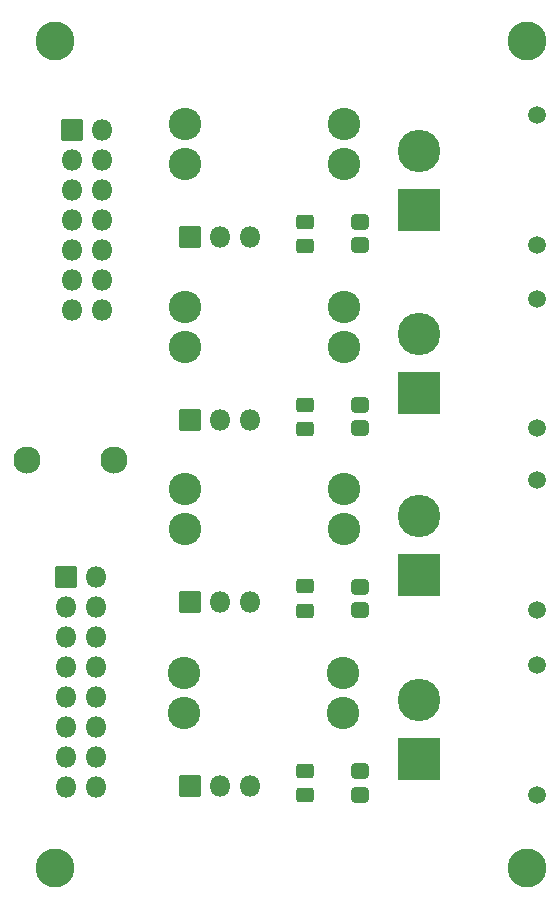
<source format=gbr>
%TF.GenerationSoftware,KiCad,Pcbnew,(6.0.0)*%
%TF.CreationDate,2022-03-16T00:12:02-04:00*%
%TF.ProjectId,OBD2PowerBreakOut_rev1,4f424432-506f-4776-9572-427265616b4f,rev?*%
%TF.SameCoordinates,Original*%
%TF.FileFunction,Soldermask,Top*%
%TF.FilePolarity,Negative*%
%FSLAX46Y46*%
G04 Gerber Fmt 4.6, Leading zero omitted, Abs format (unit mm)*
G04 Created by KiCad (PCBNEW (6.0.0)) date 2022-03-16 00:12:02*
%MOMM*%
%LPD*%
G01*
G04 APERTURE LIST*
G04 Aperture macros list*
%AMRoundRect*
0 Rectangle with rounded corners*
0 $1 Rounding radius*
0 $2 $3 $4 $5 $6 $7 $8 $9 X,Y pos of 4 corners*
0 Add a 4 corners polygon primitive as box body*
4,1,4,$2,$3,$4,$5,$6,$7,$8,$9,$2,$3,0*
0 Add four circle primitives for the rounded corners*
1,1,$1+$1,$2,$3*
1,1,$1+$1,$4,$5*
1,1,$1+$1,$6,$7*
1,1,$1+$1,$8,$9*
0 Add four rect primitives between the rounded corners*
20,1,$1+$1,$2,$3,$4,$5,0*
20,1,$1+$1,$4,$5,$6,$7,0*
20,1,$1+$1,$6,$7,$8,$9,0*
20,1,$1+$1,$8,$9,$2,$3,0*%
G04 Aperture macros list end*
%ADD10RoundRect,0.050000X-0.850000X-0.850000X0.850000X-0.850000X0.850000X0.850000X-0.850000X0.850000X0*%
%ADD11O,1.800000X1.800000*%
%ADD12C,1.500000*%
%ADD13RoundRect,0.050000X-1.750000X1.750000X-1.750000X-1.750000X1.750000X-1.750000X1.750000X1.750000X0*%
%ADD14C,3.600000*%
%ADD15C,2.300000*%
%ADD16C,3.300000*%
%ADD17C,2.750000*%
%ADD18RoundRect,0.050000X0.850000X-0.850000X0.850000X0.850000X-0.850000X0.850000X-0.850000X-0.850000X0*%
%ADD19RoundRect,0.300000X0.450000X-0.350000X0.450000X0.350000X-0.450000X0.350000X-0.450000X-0.350000X0*%
%ADD20RoundRect,0.300000X0.450000X-0.325000X0.450000X0.325000X-0.450000X0.325000X-0.450000X-0.325000X0*%
G04 APERTURE END LIST*
D10*
%TO.C,J5*%
X137922000Y-72405000D03*
D11*
X140462000Y-72405000D03*
X137922000Y-74945000D03*
X140462000Y-74945000D03*
X137922000Y-77485000D03*
X140462000Y-77485000D03*
X137922000Y-80025000D03*
X140462000Y-80025000D03*
X137922000Y-82565000D03*
X140462000Y-82565000D03*
X137922000Y-85105000D03*
X140462000Y-85105000D03*
X137922000Y-87645000D03*
X140462000Y-87645000D03*
X137922000Y-90185000D03*
X140462000Y-90185000D03*
%TD*%
D12*
%TO.C,J1*%
X177800000Y-44300000D03*
X177800000Y-33300000D03*
D13*
X167800000Y-41300000D03*
D14*
X167800000Y-36300000D03*
%TD*%
D12*
%TO.C,J3*%
X177800000Y-75200000D03*
X177800000Y-64200000D03*
D13*
X167800000Y-72200000D03*
D14*
X167800000Y-67200000D03*
%TD*%
D12*
%TO.C,J2*%
X177800000Y-59800000D03*
X177800000Y-48800000D03*
D13*
X167800000Y-56800000D03*
D14*
X167800000Y-51800000D03*
%TD*%
D12*
%TO.C,J4*%
X177800000Y-90800000D03*
X177800000Y-79800000D03*
D13*
X167800000Y-87800000D03*
D14*
X167800000Y-82800000D03*
%TD*%
D15*
%TO.C,H2*%
X141986000Y-62484000D03*
%TD*%
%TO.C,H4*%
X134620000Y-62484000D03*
%TD*%
D11*
%TO.C,J6*%
X140965000Y-49779000D03*
X138425000Y-49779000D03*
X140965000Y-47239000D03*
X138425000Y-47239000D03*
X140965000Y-44699000D03*
X138425000Y-44699000D03*
X140965000Y-42159000D03*
X138425000Y-42159000D03*
X140965000Y-39619000D03*
X138425000Y-39619000D03*
X140965000Y-37079000D03*
X138425000Y-37079000D03*
X140965000Y-34539000D03*
D10*
X138425000Y-34539000D03*
%TD*%
D16*
%TO.C,H6*%
X137000000Y-27000000D03*
%TD*%
%TO.C,H5*%
X177000000Y-97000000D03*
%TD*%
%TO.C,H3*%
X177000000Y-27000000D03*
%TD*%
%TO.C,H1*%
X137000000Y-97000000D03*
%TD*%
D17*
%TO.C,F1*%
X161435000Y-37400000D03*
X161435000Y-34000000D03*
X147965000Y-34000000D03*
X147965000Y-37400000D03*
%TD*%
%TO.C,F4*%
X161421000Y-83900000D03*
X161421000Y-80500000D03*
X147951000Y-80500000D03*
X147951000Y-83900000D03*
%TD*%
%TO.C,F3*%
X161435000Y-68300000D03*
X161435000Y-64900000D03*
X147965000Y-64900000D03*
X147965000Y-68300000D03*
%TD*%
%TO.C,F2*%
X161435000Y-52900000D03*
X161435000Y-49500000D03*
X147965000Y-49500000D03*
X147965000Y-52900000D03*
%TD*%
D18*
%TO.C,JP2*%
X148400000Y-59100000D03*
D11*
X150940000Y-59100000D03*
X153480000Y-59100000D03*
%TD*%
D19*
%TO.C,R2*%
X162800000Y-59800000D03*
X162800000Y-57800000D03*
%TD*%
D18*
%TO.C,JP1*%
X148400000Y-43600000D03*
D11*
X150940000Y-43600000D03*
X153480000Y-43600000D03*
%TD*%
D18*
%TO.C,JP3*%
X148400000Y-74500000D03*
D11*
X150940000Y-74500000D03*
X153480000Y-74500000D03*
%TD*%
D20*
%TO.C,D3*%
X158200000Y-75225000D03*
X158200000Y-73175000D03*
%TD*%
D19*
%TO.C,R3*%
X162800000Y-75200000D03*
X162800000Y-73200000D03*
%TD*%
D20*
%TO.C,D1*%
X158200000Y-44325000D03*
X158200000Y-42275000D03*
%TD*%
%TO.C,D2*%
X158200000Y-59825000D03*
X158200000Y-57775000D03*
%TD*%
D19*
%TO.C,R4*%
X162800000Y-90800000D03*
X162800000Y-88800000D03*
%TD*%
%TO.C,R1*%
X162800000Y-44300000D03*
X162800000Y-42300000D03*
%TD*%
D18*
%TO.C,JP4*%
X148400000Y-90100000D03*
D11*
X150940000Y-90100000D03*
X153480000Y-90100000D03*
%TD*%
D20*
%TO.C,D4*%
X158200000Y-90825000D03*
X158200000Y-88775000D03*
%TD*%
M02*

</source>
